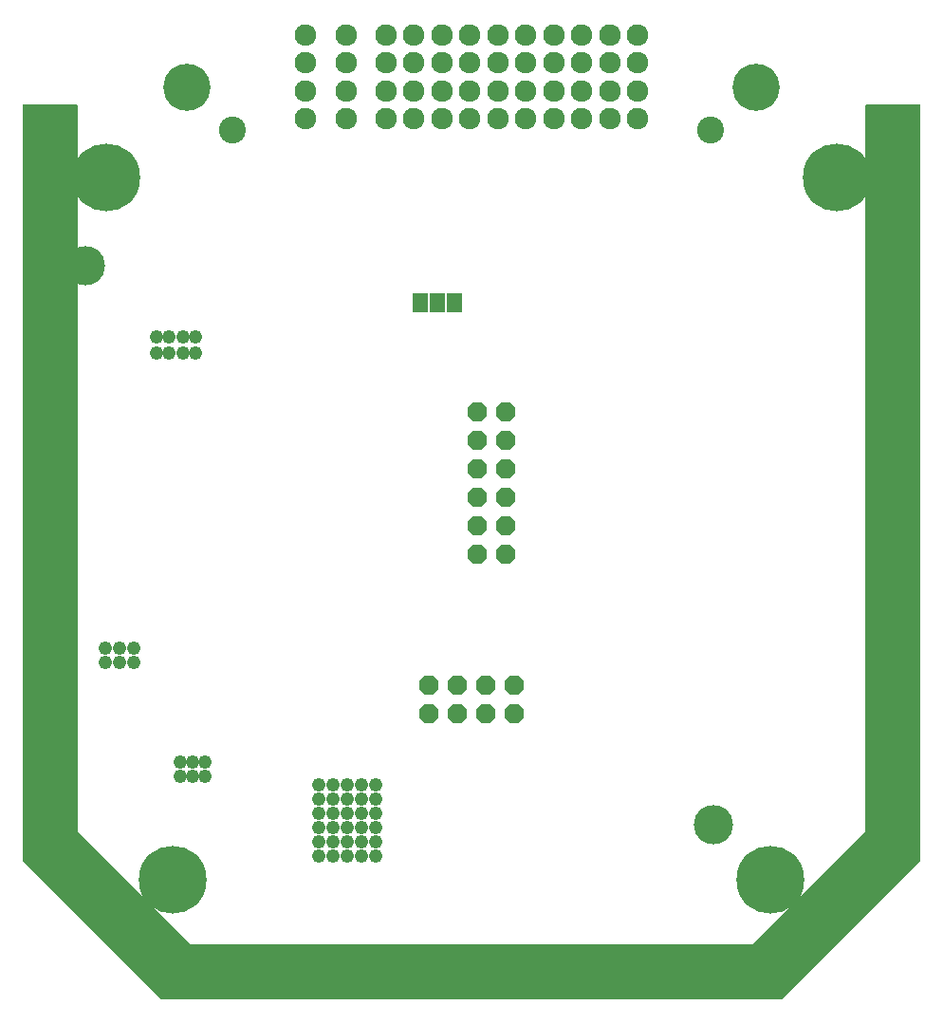
<source format=gbr>
G04 EAGLE Gerber RS-274X export*
G75*
%MOMM*%
%FSLAX34Y34*%
%LPD*%
%INSoldermask Bottom*%
%IPPOS*%
%AMOC8*
5,1,8,0,0,1.08239X$1,22.5*%
G01*
%ADD10C,3.503200*%
%ADD11R,1.371600X1.803400*%
%ADD12P,1.869504X8X292.500000*%
%ADD13C,1.928200*%
%ADD14C,2.403200*%
%ADD15C,4.203200*%
%ADD16P,1.869504X8X202.500000*%
%ADD17C,6.045200*%
%ADD18C,1.209600*%

G36*
X676365Y-747D02*
X676365Y-747D01*
X676456Y-739D01*
X676486Y-727D01*
X676518Y-722D01*
X676598Y-679D01*
X676682Y-643D01*
X676714Y-617D01*
X676735Y-606D01*
X676757Y-583D01*
X676813Y-538D01*
X800638Y123287D01*
X800691Y123361D01*
X800751Y123430D01*
X800763Y123460D01*
X800782Y123486D01*
X800809Y123573D01*
X800843Y123658D01*
X800847Y123699D01*
X800854Y123722D01*
X800853Y123754D01*
X800861Y123825D01*
X800861Y796925D01*
X800858Y796945D01*
X800860Y796964D01*
X800838Y797066D01*
X800822Y797168D01*
X800812Y797185D01*
X800808Y797205D01*
X800755Y797294D01*
X800706Y797385D01*
X800692Y797399D01*
X800682Y797416D01*
X800603Y797483D01*
X800528Y797555D01*
X800510Y797563D01*
X800495Y797576D01*
X800399Y797615D01*
X800305Y797658D01*
X800285Y797660D01*
X800267Y797668D01*
X800100Y797686D01*
X752475Y797686D01*
X752455Y797683D01*
X752436Y797685D01*
X752334Y797663D01*
X752232Y797647D01*
X752215Y797637D01*
X752195Y797633D01*
X752106Y797580D01*
X752015Y797531D01*
X752001Y797517D01*
X751984Y797507D01*
X751917Y797428D01*
X751846Y797353D01*
X751837Y797335D01*
X751824Y797320D01*
X751785Y797224D01*
X751742Y797130D01*
X751740Y797110D01*
X751732Y797092D01*
X751714Y796925D01*
X751714Y149540D01*
X650560Y48386D01*
X149540Y48386D01*
X48386Y149540D01*
X48386Y796925D01*
X48383Y796945D01*
X48385Y796964D01*
X48363Y797066D01*
X48347Y797168D01*
X48337Y797185D01*
X48333Y797205D01*
X48280Y797294D01*
X48231Y797385D01*
X48217Y797399D01*
X48207Y797416D01*
X48128Y797483D01*
X48053Y797555D01*
X48035Y797563D01*
X48020Y797576D01*
X47924Y797615D01*
X47830Y797658D01*
X47810Y797660D01*
X47792Y797668D01*
X47625Y797686D01*
X0Y797686D01*
X-20Y797683D01*
X-39Y797685D01*
X-141Y797663D01*
X-243Y797647D01*
X-260Y797637D01*
X-280Y797633D01*
X-369Y797580D01*
X-460Y797531D01*
X-474Y797517D01*
X-491Y797507D01*
X-558Y797428D01*
X-630Y797353D01*
X-638Y797335D01*
X-651Y797320D01*
X-690Y797224D01*
X-733Y797130D01*
X-735Y797110D01*
X-743Y797092D01*
X-761Y796925D01*
X-761Y123825D01*
X-747Y123735D01*
X-739Y123644D01*
X-727Y123614D01*
X-722Y123582D01*
X-679Y123502D01*
X-643Y123418D01*
X-617Y123386D01*
X-606Y123365D01*
X-583Y123343D01*
X-538Y123287D01*
X123287Y-538D01*
X123361Y-591D01*
X123430Y-651D01*
X123460Y-663D01*
X123486Y-682D01*
X123573Y-709D01*
X123658Y-743D01*
X123699Y-747D01*
X123722Y-754D01*
X123754Y-753D01*
X123825Y-761D01*
X676275Y-761D01*
X676365Y-747D01*
G37*
D10*
X55000Y654000D03*
X616000Y155000D03*
D11*
X354648Y620713D03*
X369888Y620713D03*
X385128Y620713D03*
D12*
X430213Y523875D03*
X404813Y523875D03*
X430213Y498475D03*
X404813Y498475D03*
X430213Y473075D03*
X404813Y473075D03*
X430213Y447675D03*
X404813Y447675D03*
X430213Y422275D03*
X404813Y422275D03*
X430213Y396875D03*
X404813Y396875D03*
D13*
X251500Y785000D03*
X251500Y810000D03*
X251500Y835000D03*
X251500Y860000D03*
X288500Y785000D03*
X288500Y810000D03*
X288500Y835000D03*
X288500Y860000D03*
X323500Y785000D03*
X323500Y810000D03*
X323500Y835000D03*
X323500Y860000D03*
X348500Y785000D03*
X348500Y810000D03*
X348500Y835000D03*
X348500Y860000D03*
X373500Y785000D03*
X373500Y810000D03*
X373500Y835000D03*
X373500Y860000D03*
X398500Y785000D03*
X398500Y810000D03*
X398500Y835000D03*
X398500Y860000D03*
X423500Y785000D03*
X423500Y810000D03*
X423500Y835000D03*
X423500Y860000D03*
X448500Y785000D03*
X448500Y810000D03*
X448500Y835000D03*
X448500Y860000D03*
X473500Y785000D03*
X473500Y810000D03*
X473500Y835000D03*
X473500Y860000D03*
X498500Y785000D03*
X498500Y810000D03*
X498500Y835000D03*
X498500Y860000D03*
X523500Y785000D03*
X523500Y810000D03*
X523500Y835000D03*
X523500Y860000D03*
X548500Y785000D03*
X548500Y810000D03*
X548500Y835000D03*
X548500Y860000D03*
D14*
X187000Y775000D03*
X613000Y775000D03*
D15*
X146000Y813500D03*
X654000Y813500D03*
D16*
X438150Y279400D03*
X438150Y254000D03*
X412750Y279400D03*
X412750Y254000D03*
X387350Y279400D03*
X387350Y254000D03*
X361950Y279400D03*
X361950Y254000D03*
D17*
X74000Y733000D03*
X726000Y733000D03*
X667000Y106000D03*
X133000Y106000D03*
D18*
X15875Y781050D03*
X34925Y781050D03*
X34925Y762000D03*
X15875Y762000D03*
X15875Y742950D03*
X34925Y742950D03*
X34925Y723900D03*
X15875Y723900D03*
X15875Y704850D03*
X34925Y704850D03*
X34925Y685800D03*
X15875Y685800D03*
X15875Y666750D03*
X31750Y666750D03*
X30163Y647700D03*
X15875Y647700D03*
X15875Y628650D03*
X34925Y628650D03*
X34925Y609600D03*
X15875Y609600D03*
X15875Y590550D03*
X34925Y590550D03*
X34925Y571500D03*
X15875Y571500D03*
X15875Y552450D03*
X34925Y552450D03*
X34925Y533400D03*
X15875Y533400D03*
X15875Y514350D03*
X34925Y514350D03*
X34925Y495300D03*
X15875Y495300D03*
X15875Y476250D03*
X34925Y476250D03*
X34925Y457200D03*
X15875Y457200D03*
X15875Y438150D03*
X34925Y438150D03*
X34925Y419100D03*
X15875Y419100D03*
X15875Y400050D03*
X34925Y400050D03*
X34925Y381000D03*
X15875Y381000D03*
X15875Y361950D03*
X34925Y361950D03*
X34925Y342900D03*
X15875Y342900D03*
X15875Y323850D03*
X34925Y323850D03*
X34925Y304800D03*
X15875Y304800D03*
X15875Y285750D03*
X34925Y285750D03*
X34925Y266700D03*
X15875Y266700D03*
X15875Y247650D03*
X34925Y247650D03*
X34925Y228600D03*
X15875Y228600D03*
X15875Y209550D03*
X34925Y209550D03*
X34925Y190500D03*
X15875Y190500D03*
X765175Y781050D03*
X784225Y762000D03*
X765175Y762000D03*
X765175Y742950D03*
X784225Y742950D03*
X784225Y723900D03*
X765175Y723900D03*
X765175Y704850D03*
X784225Y704850D03*
X784225Y685800D03*
X765175Y685800D03*
X765175Y666750D03*
X784225Y666750D03*
X784225Y647700D03*
X765175Y647700D03*
X765175Y628650D03*
X784225Y628650D03*
X784225Y609600D03*
X765175Y609600D03*
X765175Y590550D03*
X784225Y590550D03*
X784225Y571500D03*
X765175Y571500D03*
X765175Y552450D03*
X784225Y552450D03*
X784225Y533400D03*
X765175Y533400D03*
X765175Y514350D03*
X784225Y514350D03*
X784225Y495300D03*
X765175Y495300D03*
X765175Y476250D03*
X784225Y476250D03*
X784225Y457200D03*
X765175Y457200D03*
X765175Y438150D03*
X784225Y438150D03*
X784225Y419100D03*
X765175Y419100D03*
X765175Y400050D03*
X784225Y400050D03*
X784225Y381000D03*
X765175Y381000D03*
X765175Y361950D03*
X784225Y361950D03*
X784225Y342900D03*
X765175Y342900D03*
X765175Y323850D03*
X784225Y323850D03*
X784225Y304800D03*
X765175Y304800D03*
X765175Y285750D03*
X784225Y285750D03*
X784225Y266700D03*
X765175Y266700D03*
X765175Y247650D03*
X784225Y247650D03*
X784225Y228600D03*
X765175Y228600D03*
X765175Y209550D03*
X784225Y209550D03*
X784225Y190500D03*
X765175Y190500D03*
X152400Y34925D03*
X152400Y15875D03*
X171450Y15875D03*
X171450Y34925D03*
X190500Y34925D03*
X190500Y15875D03*
X209550Y15875D03*
X209550Y34925D03*
X228600Y34925D03*
X228600Y15875D03*
X247650Y15875D03*
X247650Y34925D03*
X266700Y34925D03*
X266700Y15875D03*
X285750Y15875D03*
X285750Y34925D03*
X304800Y34925D03*
X304800Y15875D03*
X323850Y15875D03*
X323850Y34925D03*
X342900Y34925D03*
X342900Y15875D03*
X361950Y15875D03*
X361950Y34925D03*
X381000Y34925D03*
X381000Y15875D03*
X400050Y15875D03*
X400050Y34925D03*
X419100Y34925D03*
X419100Y15875D03*
X438150Y15875D03*
X438150Y34925D03*
X457200Y34925D03*
X457200Y15875D03*
X476250Y15875D03*
X476250Y34925D03*
X495300Y34925D03*
X495300Y15875D03*
X514350Y15875D03*
X514350Y34925D03*
X533400Y34925D03*
X533400Y15875D03*
X552450Y15875D03*
X552450Y34925D03*
X571500Y34925D03*
X571500Y15875D03*
X590550Y15875D03*
X590550Y34925D03*
X609600Y34925D03*
X609600Y15875D03*
X628650Y15875D03*
X628650Y34925D03*
X647700Y34925D03*
X647700Y15875D03*
X15875Y171450D03*
X34925Y171450D03*
X34925Y152400D03*
X15875Y152400D03*
X765175Y171450D03*
X784225Y171450D03*
X784225Y152400D03*
X765175Y152400D03*
X44450Y133350D03*
X57150Y120650D03*
X69850Y107950D03*
X82550Y95250D03*
X95250Y82550D03*
X107950Y69850D03*
X120650Y57150D03*
X136525Y44450D03*
X666750Y44450D03*
X679450Y57150D03*
X692150Y69850D03*
X704850Y82550D03*
X717550Y95250D03*
X730250Y107950D03*
X742950Y120650D03*
X755650Y136525D03*
X679450Y31750D03*
X692150Y44450D03*
X704850Y57150D03*
X717550Y69850D03*
X730250Y82550D03*
X742950Y95250D03*
X755650Y107950D03*
X768350Y123825D03*
X781050Y136525D03*
X666750Y19050D03*
X31750Y120650D03*
X44450Y107950D03*
X57150Y95250D03*
X69850Y82550D03*
X82550Y69850D03*
X95250Y57150D03*
X107950Y44450D03*
X123825Y31750D03*
X136525Y19050D03*
X19050Y133350D03*
X784225Y781050D03*
X263525Y127000D03*
X276225Y127000D03*
X288925Y127000D03*
X301625Y127000D03*
X314325Y127000D03*
X263525Y139700D03*
X263525Y152400D03*
X263525Y165100D03*
X263525Y177800D03*
X263525Y190500D03*
X276225Y139700D03*
X276225Y152400D03*
X276225Y165100D03*
X276225Y177800D03*
X276225Y190500D03*
X288925Y190500D03*
X288925Y177800D03*
X288925Y165100D03*
X288925Y152400D03*
X288925Y139700D03*
X301625Y139700D03*
X301625Y152400D03*
X301625Y165100D03*
X301625Y177800D03*
X301625Y190500D03*
X314325Y190500D03*
X314325Y177800D03*
X314325Y165100D03*
X314325Y152400D03*
X314325Y139700D03*
X98425Y300038D03*
X98425Y312738D03*
X85725Y300038D03*
X73025Y300038D03*
X85725Y312738D03*
X73025Y312738D03*
X161925Y198438D03*
X161925Y211138D03*
X150813Y198438D03*
X139700Y198438D03*
X150813Y211138D03*
X139700Y211138D03*
X153988Y576263D03*
X142875Y576263D03*
X130175Y576263D03*
X119063Y576263D03*
X119063Y590550D03*
X130175Y590550D03*
X142875Y590550D03*
X153988Y590550D03*
M02*

</source>
